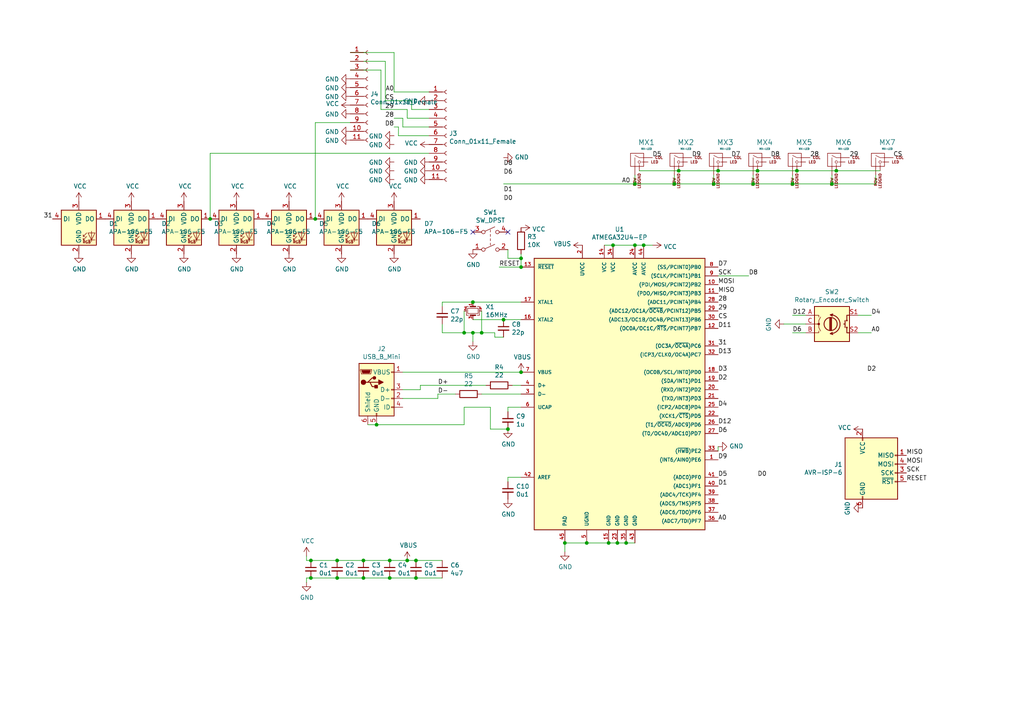
<source format=kicad_sch>
(kicad_sch (version 20211123) (generator eeschema)
  (paper "A4")
  (lib_symbols
    (symbol "Connector:AVR-ISP-6" (pin_names (offset 1.016))
      (property "Reference" "J" (at -6.35 11.43 0))
      (property "Value" "AVR-ISP-6" (at 0 11.43 0))
      (symbol "AVR-ISP-6_0_1"
        (rectangle (start -2.667 -6.858) (end -2.413 -7.62))
        (rectangle (start -2.667 10.16) (end -2.413 9.398))
        (rectangle (start 7.62 -2.413) (end 6.858 -2.667))
        (rectangle (start 7.62 0.127) (end 6.858 -0.127))
        (rectangle (start 7.62 2.667) (end 6.858 2.413))
        (rectangle (start 7.62 5.207) (end 6.858 4.953))
        (rectangle (start 7.62 10.16) (end -7.62 -7.62) (stroke (width 0.254)) (fill (type background)))
      )
      (symbol "AVR-ISP-6_1_1"
        (pin passive line (at 10.16 5.08 180) (length 2.54) (name "MISO") (number "1"))
        (pin passive line (at -2.54 12.7 270) (length 2.54) (name "VCC") (number "2"))
        (pin passive line (at 10.16 0 180) (length 2.54) (name "SCK") (number "3"))
        (pin passive line (at 10.16 2.54 180) (length 2.54) (name "MOSI") (number "4"))
        (pin passive line (at 10.16 -2.54 180) (length 2.54) (name "~{RST}") (number "5"))
        (pin passive line (at -2.54 -10.16 90) (length 2.54) (name "GND") (number "6"))
      )
    )
    (symbol "Connector:Conn_01x11_Female" (pin_names (offset 1.016) hide)
      (property "Reference" "J" (at 0 15.24 0))
      (property "Value" "Conn_01x11_Female" (at 0 -15.24 0))
      (symbol "Conn_01x11_Female_1_1"
        (arc (start 0 -12.192) (mid -0.508 -12.7) (end 0 -13.208) (stroke (width 0.1524)))
        (arc (start 0 -9.652) (mid -0.508 -10.16) (end 0 -10.668) (stroke (width 0.1524)))
        (arc (start 0 -7.112) (mid -0.508 -7.62) (end 0 -8.128) (stroke (width 0.1524)))
        (arc (start 0 -4.572) (mid -0.508 -5.08) (end 0 -5.588) (stroke (width 0.1524)))
        (arc (start 0 -2.032) (mid -0.508 -2.54) (end 0 -3.048) (stroke (width 0.1524)))
        (polyline (pts (xy -1.27 -12.7) (xy -0.508 -12.7)) (stroke (width 0.1524)))
        (polyline (pts (xy -1.27 -10.16) (xy -0.508 -10.16)) (stroke (width 0.1524)))
        (polyline (pts (xy -1.27 -7.62) (xy -0.508 -7.62)) (stroke (width 0.1524)))
        (polyline (pts (xy -1.27 -5.08) (xy -0.508 -5.08)) (stroke (width 0.1524)))
        (polyline (pts (xy -1.27 -2.54) (xy -0.508 -2.54)) (stroke (width 0.1524)))
        (polyline (pts (xy -1.27 0) (xy -0.508 0)) (stroke (width 0.1524)))
        (polyline (pts (xy -1.27 2.54) (xy -0.508 2.54)) (stroke (width 0.1524)))
        (polyline (pts (xy -1.27 5.08) (xy -0.508 5.08)) (stroke (width 0.1524)))
        (polyline (pts (xy -1.27 7.62) (xy -0.508 7.62)) (stroke (width 0.1524)))
        (polyline (pts (xy -1.27 10.16) (xy -0.508 10.16)) (stroke (width 0.1524)))
        (polyline (pts (xy -1.27 12.7) (xy -0.508 12.7)) (stroke (width 0.1524)))
        (arc (start 0 0.508) (mid -0.508 0) (end 0 -0.508) (stroke (width 0.1524)))
        (arc (start 0 3.048) (mid -0.508 2.54) (end 0 2.032) (stroke (width 0.1524)))
        (arc (start 0 5.588) (mid -0.508 5.08) (end 0 4.572) (stroke (width 0.1524)))
        (arc (start 0 8.128) (mid -0.508 7.62) (end 0 7.112) (stroke (width 0.1524)))
        (arc (start 0 10.668) (mid -0.508 10.16) (end 0 9.652) (stroke (width 0.1524)))
        (arc (start 0 13.208) (mid -0.508 12.7) (end 0 12.192) (stroke (width 0.1524)))
        (pin passive line (at -5.08 12.7 0) (length 3.81) (name "Pin_1") (number "1"))
        (pin passive line (at -5.08 -10.16 0) (length 3.81) (name "Pin_10") (number "10"))
        (pin passive line (at -5.08 -12.7 0) (length 3.81) (name "Pin_11") (number "11"))
        (pin passive line (at -5.08 10.16 0) (length 3.81) (name "Pin_2") (number "2"))
        (pin passive line (at -5.08 7.62 0) (length 3.81) (name "Pin_3") (number "3"))
        (pin passive line (at -5.08 5.08 0) (length 3.81) (name "Pin_4") (number "4"))
        (pin passive line (at -5.08 2.54 0) (length 3.81) (name "Pin_5") (number "5"))
        (pin passive line (at -5.08 0 0) (length 3.81) (name "Pin_6") (number "6"))
        (pin passive line (at -5.08 -2.54 0) (length 3.81) (name "Pin_7") (number "7"))
        (pin passive line (at -5.08 -5.08 0) (length 3.81) (name "Pin_8") (number "8"))
        (pin passive line (at -5.08 -7.62 0) (length 3.81) (name "Pin_9") (number "9"))
      )
    )
    (symbol "Connector:USB_B_Mini" (pin_names (offset 1.016))
      (property "Reference" "J" (at -5.08 11.43 0))
      (property "Value" "USB_B_Mini" (at -5.08 8.89 0))
      (symbol "USB_B_Mini_0_1"
        (rectangle (start -5.08 -7.62) (end 5.08 7.62) (stroke (width 0.254)) (fill (type background)))
        (circle (center -3.81 2.159) (radius 0.635) (stroke (width 0.254)) (fill (type outline)))
        (circle (center -0.635 3.429) (radius 0.381) (stroke (width 0.254)) (fill (type outline)))
        (rectangle (start -0.127 -7.62) (end 0.127 -6.858))
        (polyline (pts (xy -1.905 2.159) (xy 0.635 2.159)) (stroke (width 0.254)))
        (polyline (pts (xy -3.175 2.159) (xy -2.54 2.159) (xy -1.27 3.429) (xy -0.635 3.429)) (stroke (width 0.254)))
        (polyline (pts (xy -2.54 2.159) (xy -1.905 2.159) (xy -1.27 0.889) (xy 0 0.889)) (stroke (width 0.254)))
        (polyline (pts (xy 0.635 2.794) (xy 0.635 1.524) (xy 1.905 2.159) (xy 0.635 2.794)) (stroke (width 0.254)) (fill (type outline)))
        (polyline (pts (xy -4.318 5.588) (xy -1.778 5.588) (xy -2.032 4.826) (xy -4.064 4.826) (xy -4.318 5.588)) (fill (type outline)))
        (polyline (pts (xy -4.699 5.842) (xy -4.699 5.588) (xy -4.445 4.826) (xy -4.445 4.572) (xy -1.651 4.572) (xy -1.651 4.826) (xy -1.397 5.588) (xy -1.397 5.842) (xy -4.699 5.842)))
        (rectangle (start 0.254 1.27) (end -0.508 0.508) (stroke (width 0.254)) (fill (type outline)))
        (rectangle (start 5.08 -5.207) (end 4.318 -4.953))
        (rectangle (start 5.08 -2.667) (end 4.318 -2.413))
        (rectangle (start 5.08 -0.127) (end 4.318 0.127))
        (rectangle (start 5.08 4.953) (end 4.318 5.207))
      )
      (symbol "USB_B_Mini_1_1"
        (pin power_out line (at 7.62 5.08 180) (length 2.54) (name "VBUS") (number "1"))
        (pin bidirectional line (at 7.62 -2.54 180) (length 2.54) (name "D-") (number "2"))
        (pin bidirectional line (at 7.62 0 180) (length 2.54) (name "D+") (number "3"))
        (pin passive line (at 7.62 -5.08 180) (length 2.54) (name "ID") (number "4"))
        (pin power_out line (at 0 -10.16 90) (length 2.54) (name "GND") (number "5"))
        (pin passive line (at -2.54 -10.16 90) (length 2.54) (name "Shield") (number "6"))
      )
    )
    (symbol "Device:C_Small" (pin_numbers hide) (pin_names (offset 0.254) hide)
      (property "Reference" "C" (at 0.254 1.778 0))
      (property "Value" "C_Small" (at 0.254 -2.032 0))
      (symbol "C_Small_0_1"
        (polyline (pts (xy -1.524 -0.508) (xy 1.524 -0.508)) (stroke (width 0.3302)))
        (polyline (pts (xy -1.524 0.508) (xy 1.524 0.508)) (stroke (width 0.3048)))
      )
      (symbol "C_Small_1_1"
        (pin passive line (at 0 2.54 270) (length 2.032) (name "~") (number "1"))
        (pin passive line (at 0 -2.54 90) (length 2.032) (name "~") (number "2"))
      )
    )
    (symbol "Device:Crystal_GND24_Small" (pin_names (offset 1.016) hide)
      (property "Reference" "Y" (at 1.27 4.445 0))
      (property "Value" "Crystal_GND24_Small" (at 1.27 2.54 0))
      (symbol "Crystal_GND24_Small_0_1"
        (rectangle (start -0.762 -1.524) (end 0.762 1.524))
        (polyline (pts (xy -1.27 -0.762) (xy -1.27 0.762)) (stroke (width 0.381)))
        (polyline (pts (xy 1.27 -0.762) (xy 1.27 0.762)) (stroke (width 0.381)))
        (polyline (pts (xy -1.27 -1.27) (xy -1.27 -1.905) (xy 1.27 -1.905) (xy 1.27 -1.27)))
        (polyline (pts (xy -1.27 1.27) (xy -1.27 1.905) (xy 1.27 1.905) (xy 1.27 1.27)))
      )
      (symbol "Crystal_GND24_Small_1_1"
        (pin passive line (at -2.54 0 0) (length 1.27) (name "1") (number "1"))
        (pin passive line (at 0 -2.54 90) (length 0.635) (name "2") (number "2"))
        (pin passive line (at 2.54 0 180) (length 1.27) (name "3") (number "3"))
        (pin passive line (at 0 2.54 270) (length 0.635) (name "4") (number "4"))
      )
    )
    (symbol "Device:R" (pin_numbers hide) (pin_names (offset 0))
      (property "Reference" "R" (at 2.032 0 90))
      (property "Value" "R" (at 0 0 90))
      (symbol "R_0_1"
        (rectangle (start -1.016 -2.54) (end 1.016 2.54) (stroke (width 0.254)))
      )
      (symbol "R_1_1"
        (pin passive line (at 0 3.81 270) (length 1.27) (name "~") (number "1"))
        (pin passive line (at 0 -3.81 90) (length 1.27) (name "~") (number "2"))
      )
    )
    (symbol "Device:Rotary_Encoder_Switch" (pin_names (offset 0.254) hide)
      (property "Reference" "SW" (at 0 6.604 0))
      (property "Value" "Device_Rotary_Encoder_Switch" (at 0 -6.604 0))
      (symbol "Rotary_Encoder_Switch_0_1"
        (rectangle (start -5.08 5.08) (end 5.08 -5.08) (stroke (width 0.254)) (fill (type background)))
        (circle (center -3.81 0) (radius 0.254) (fill (type outline)))
        (arc (start -0.381 -2.794) (mid 2.3622 -0.0508) (end -0.381 2.667) (stroke (width 0.254)))
        (circle (center -0.381 0) (radius 1.905) (stroke (width 0.254)))
        (polyline (pts (xy -0.635 -1.778) (xy -0.635 1.778)) (stroke (width 0.254)))
        (polyline (pts (xy -0.381 -1.778) (xy -0.381 1.778)) (stroke (width 0.254)))
        (polyline (pts (xy -0.127 1.778) (xy -0.127 -1.778)) (stroke (width 0.254)))
        (polyline (pts (xy 3.81 0) (xy 3.429 0)) (stroke (width 0.254)))
        (polyline (pts (xy 3.81 1.016) (xy 3.81 -1.016)) (stroke (width 0.254)))
        (polyline (pts (xy -5.08 -2.54) (xy -3.81 -2.54) (xy -3.81 -2.032)))
        (polyline (pts (xy -5.08 2.54) (xy -3.81 2.54) (xy -3.81 2.032)))
        (polyline (pts (xy 0.254 -3.048) (xy -0.508 -2.794) (xy 0.127 -2.413)) (stroke (width 0.254)))
        (polyline (pts (xy 0.254 2.921) (xy -0.508 2.667) (xy 0.127 2.286)) (stroke (width 0.254)))
        (polyline (pts (xy 5.08 -2.54) (xy 4.318 -2.54) (xy 4.318 -1.016)) (stroke (width 0.254)))
        (polyline (pts (xy 5.08 2.54) (xy 4.318 2.54) (xy 4.318 1.016)) (stroke (width 0.254)))
        (polyline (pts (xy -5.08 0) (xy -3.81 0) (xy -3.81 -1.016) (xy -3.302 -2.032)))
        (polyline (pts (xy -4.318 0) (xy -3.81 0) (xy -3.81 1.016) (xy -3.302 2.032)))
        (circle (center 4.318 -1.016) (radius 0.127) (stroke (width 0.254)))
        (circle (center 4.318 1.016) (radius 0.127) (stroke (width 0.254)))
      )
      (symbol "Rotary_Encoder_Switch_1_1"
        (pin passive line (at -7.62 2.54 0) (length 2.54) (name "A") (number "A"))
        (pin passive line (at -7.62 -2.54 0) (length 2.54) (name "B") (number "B"))
        (pin passive line (at -7.62 0 0) (length 2.54) (name "C") (number "C"))
        (pin passive line (at 7.62 2.54 180) (length 2.54) (name "S1") (number "S1"))
        (pin passive line (at 7.62 -2.54 180) (length 2.54) (name "S2") (number "S2"))
      )
    )
    (symbol "LED:APA-106-F5"
      (property "Reference" "D" (at 5.08 5.715 0))
      (property "Value" "APA-106-F5" (at 1.27 -5.715 0))
      (symbol "APA-106-F5_0_0"
        (text "RGB" (at 2.286 -4.191 0) (effects (font (size 0.762 0.762))))
      )
      (symbol "APA-106-F5_0_1"
        (polyline (pts (xy 1.27 -3.556) (xy 1.778 -3.556)))
        (polyline (pts (xy 1.27 -2.54) (xy 1.778 -2.54)))
        (polyline (pts (xy 4.699 -3.556) (xy 2.667 -3.556)))
        (polyline (pts (xy 2.286 -2.54) (xy 1.27 -3.556) (xy 1.27 -3.048)))
        (polyline (pts (xy 2.286 -1.524) (xy 1.27 -2.54) (xy 1.27 -2.032)))
        (polyline (pts (xy 3.683 -1.016) (xy 3.683 -3.556) (xy 3.683 -4.064)))
        (polyline (pts (xy 4.699 -1.524) (xy 2.667 -1.524) (xy 3.683 -3.556) (xy 4.699 -1.524)))
        (rectangle (start 5.08 5.08) (end -5.08 -5.08) (stroke (width 0.254)) (fill (type background)))
      )
      (symbol "APA-106-F5_1_1"
        (pin output line (at 7.62 2.54 180) (length 2.54) (name "DO") (number "1"))
        (pin power_in line (at 0 -7.62 90) (length 2.54) (name "GND") (number "2"))
        (pin power_in line (at 0 7.62 270) (length 2.54) (name "VDD") (number "3"))
        (pin input line (at -7.62 2.54 0) (length 2.54) (name "DI") (number "4"))
      )
    )
    (symbol "MX_Alps_Hybrid:MX-LED" (pin_names (offset 1.016))
      (property "Reference" "MX" (at -0.635 3.81 0))
      (property "Value" "MX-LED" (at -0.635 1.27 0))
      (symbol "MX-LED_0_0"
        (rectangle (start -2.54 2.54) (end 1.27 -1.27))
        (polyline (pts (xy -1.27 -1.27) (xy -1.27 1.27)) (stroke (width 0.127)))
        (polyline (pts (xy 0 -1.27) (xy 0 -0.635)) (stroke (width 0.127)))
        (polyline (pts (xy 1.27 0) (xy 0.635 0)) (stroke (width 0.127)))
        (polyline (pts (xy 1.27 1.27) (xy 0 1.27) (xy -1.27 1.905)) (stroke (width 0.127)))
        (circle (center 0 0) (radius 0.3556) (stroke (width 0.127)))
        (text "COL" (at 5.715 1.27 0) (effects (font (size 0.762 0.762))))
        (text "LED" (at 4.445 0 0) (effects (font (size 0.762 0.762))))
        (text "ROW" (at -1.27 -4.445 900) (effects (font (size 0.762 0.762)) (justify right)))
      )
      (symbol "MX-LED_1_0"
        (text "LEDGND" (at 0 -3.175 900) (effects (font (size 0.762 0.762)) (justify right)))
      )
      (symbol "MX-LED_1_1"
        (pin passive line (at 3.81 1.27 180) (length 2.54) (name "COL") (number "1"))
        (pin passive line (at -1.27 -3.81 90) (length 2.54) (name "ROW") (number "2"))
        (pin input line (at 2.54 0 180) (length 1.27) (name "LED") (number "3"))
        (pin passive line (at 0 -2.54 90) (length 1.27) (name "LEDGND") (number "4"))
      )
    )
    (symbol "Switch:SW_DPST" (pin_names (offset 0) hide)
      (property "Reference" "SW" (at 0 5.08 0))
      (property "Value" "SW_DPST" (at 0 -5.08 0))
      (symbol "SW_DPST_0_0"
        (circle (center -2.032 -2.54) (radius 0.508))
        (circle (center -2.032 2.54) (radius 0.508))
        (polyline (pts (xy -1.524 -2.286) (xy 1.27 -1.016)))
        (polyline (pts (xy -1.524 2.794) (xy 1.27 4.064)))
        (polyline (pts (xy 0 -1.27) (xy 0 -0.635)))
        (polyline (pts (xy 0 0) (xy 0 0.635)))
        (polyline (pts (xy 0 1.27) (xy 0 1.905)))
        (polyline (pts (xy 0 2.54) (xy 0 3.175)))
        (circle (center 2.032 -2.54) (radius 0.508))
        (circle (center 2.032 2.54) (radius 0.508))
      )
      (symbol "SW_DPST_1_1"
        (pin passive line (at -5.08 -2.54 0) (length 2.54) (name "1") (number "1"))
        (pin passive line (at 5.08 -2.54 180) (length 2.54) (name "2") (number "2"))
        (pin passive line (at -5.08 2.54 0) (length 2.54) (name "3") (number "3"))
        (pin passive line (at 5.08 2.54 180) (length 2.54) (name "4") (number "4"))
      )
    )
    (symbol "atmega32u4-ep:ATMEGA32U4-EP" (pin_names (offset 1.016))
      (property "Reference" "U" (at -24.13 43.18 0))
      (property "Value" "ATMEGA32U4-EP" (at 17.78 -38.1 0))
      (symbol "ATMEGA32U4-EP_0_1"
        (rectangle (start -25.4 41.91) (end 24.13 -36.83) (stroke (width 0.254)) (fill (type background)))
      )
      (symbol "ATMEGA32U4-EP_1_1"
        (pin bidirectional line (at 27.94 -16.51 180) (length 3.81) (name "(INT6/AIN0)PE6") (number "1"))
        (pin bidirectional line (at 27.94 34.29 180) (length 3.81) (name "(PDI/MOSI/PCINT2)PB2") (number "10"))
        (pin bidirectional line (at 27.94 31.75 180) (length 3.81) (name "(PDO/MISO/PCINT3)PB3") (number "11"))
        (pin bidirectional line (at 27.94 21.59 180) (length 3.81) (name "(OC0A/OC1C/~{RTS}/PCINT7)PB7") (number "12"))
        (pin input line (at -29.21 39.37 0) (length 3.81) (name "~{RESET}") (number "13"))
        (pin power_in line (at -5.08 45.72 270) (length 3.81) (name "VCC") (number "14"))
        (pin power_in line (at -3.81 -40.64 90) (length 3.81) (name "GND") (number "15"))
        (pin output line (at -29.21 24.13 0) (length 3.81) (name "XTAL2") (number "16"))
        (pin input line (at -29.21 29.21 0) (length 3.81) (name "XTAL1") (number "17"))
        (pin bidirectional line (at 27.94 8.89 180) (length 3.81) (name "(OC0B/SCL/INT0)PD0") (number "18"))
        (pin bidirectional line (at 27.94 6.35 180) (length 3.81) (name "(SDA/INT1)PD1") (number "19"))
        (pin power_in line (at -11.43 45.72 270) (length 3.81) (name "UVCC") (number "2"))
        (pin bidirectional line (at 27.94 3.81 180) (length 3.81) (name "(RXD/INT2)PD2") (number "20"))
        (pin bidirectional line (at 27.94 1.27 180) (length 3.81) (name "(TXD/INT3)PD3") (number "21"))
        (pin bidirectional line (at 27.94 -3.81 180) (length 3.81) (name "(XCK1/~{CTS})PD5") (number "22"))
        (pin power_in line (at -1.27 -40.64 90) (length 3.81) (name "GND") (number "23"))
        (pin power_in line (at 3.81 45.72 270) (length 3.81) (name "AVCC") (number "24"))
        (pin bidirectional line (at 27.94 -1.27 180) (length 3.81) (name "(ICP2/ADC8)PD4") (number "25"))
        (pin bidirectional line (at 27.94 -6.35 180) (length 3.81) (name "(T1/~{OC4D}/ADC9)PD6") (number "26"))
        (pin bidirectional line (at 27.94 -8.89 180) (length 3.81) (name "(T0/OC4D/ADC10)PD7") (number "27"))
        (pin bidirectional line (at 27.94 29.21 180) (length 3.81) (name "(ADC11/PCINT4)PB4") (number "28"))
        (pin bidirectional line (at 27.94 26.67 180) (length 3.81) (name "(ADC12/OC1A/~{OC4B}/PCINT12)PB5") (number "29"))
        (pin bidirectional line (at -29.21 2.54 0) (length 3.81) (name "D-") (number "3"))
        (pin bidirectional line (at 27.94 24.13 180) (length 3.81) (name "(ADC13/OC1B/OC4B/PCINT13)PB6") (number "30"))
        (pin bidirectional line (at 27.94 16.51 180) (length 3.81) (name "(OC3A/~{OC4A})PC6") (number "31"))
        (pin bidirectional line (at 27.94 13.97 180) (length 3.81) (name "(ICP3/CLK0/OC4A)PC7") (number "32"))
        (pin bidirectional line (at 27.94 -13.97 180) (length 3.81) (name "(~{HWB})PE2") (number "33"))
        (pin power_in line (at -2.54 45.72 270) (length 3.81) (name "VCC") (number "34"))
        (pin power_in line (at 1.27 -40.64 90) (length 3.81) (name "GND") (number "35"))
        (pin bidirectional line (at 27.94 -34.29 180) (length 3.81) (name "(ADC7/TDI)PF7") (number "36"))
        (pin bidirectional line (at 27.94 -31.75 180) (length 3.81) (name "(ADC6/TDO)PF6") (number "37"))
        (pin bidirectional line (at 27.94 -29.21 180) (length 3.81) (name "(ADC5/TMS)PF5") (number "38"))
        (pin bidirectional line (at 27.94 -26.67 180) (length 3.81) (name "(ADC4/TCK)PF4") (number "39"))
        (pin bidirectional line (at -29.21 5.08 0) (length 3.81) (name "D+") (number "4"))
        (pin bidirectional line (at 27.94 -24.13 180) (length 3.81) (name "(ADC1)PF1") (number "40"))
        (pin bidirectional line (at 27.94 -21.59 180) (length 3.81) (name "(ADC0)PF0") (number "41"))
        (pin passive line (at -29.21 -21.59 0) (length 3.81) (name "AREF") (number "42"))
        (pin power_in line (at 3.81 -40.64 90) (length 3.81) (name "GND") (number "43"))
        (pin power_in line (at 6.35 45.72 270) (length 3.81) (name "AVCC") (number "44"))
        (pin input line (at -16.51 -40.64 90) (length 3.81) (name "PAD") (number "45"))
        (pin passive line (at -10.16 -40.64 90) (length 3.81) (name "UGND") (number "5"))
        (pin passive line (at -29.21 -1.27 0) (length 3.81) (name "UCAP") (number "6"))
        (pin passive line (at -29.21 8.89 0) (length 3.81) (name "VBUS") (number "7"))
        (pin bidirectional line (at 27.94 39.37 180) (length 3.81) (name "(SS/PCINT0)PB0") (number "8"))
        (pin bidirectional line (at 27.94 36.83 180) (length 3.81) (name "(SCLK/PCINT1)PB1") (number "9"))
      )
    )
    (symbol "power:GND" (power) (pin_names (offset 0))
      (property "Value" "GND" (at 0 -3.81 0))
      (symbol "GND_0_1"
        (polyline (pts (xy 0 0) (xy 0 -1.27) (xy 1.27 -1.27) (xy 0 -2.54) (xy -1.27 -1.27) (xy 0 -1.27)))
      )
      (symbol "GND_1_1"
        (pin power_in line (at 0 0 270) (length 0) hide (name "GND") (number "1"))
      )
    )
    (symbol "power:VBUS" (power) (pin_names (offset 0))
      (property "Value" "VBUS" (at 0 3.81 0))
      (symbol "VBUS_0_1"
        (polyline (pts (xy -0.762 1.27) (xy 0 2.54)))
        (polyline (pts (xy 0 0) (xy 0 2.54)))
        (polyline (pts (xy 0 2.54) (xy 0.762 1.27)))
      )
      (symbol "VBUS_1_1"
        (pin power_in line (at 0 0 90) (length 0) hide (name "VBUS") (number "1"))
      )
    )
    (symbol "power:VCC" (power) (pin_names (offset 0))
      (property "Value" "VCC" (at 0 3.81 0))
      (symbol "VCC_0_1"
        (polyline (pts (xy -0.762 1.27) (xy 0 2.54)))
        (polyline (pts (xy 0 0) (xy 0 2.54)))
        (polyline (pts (xy 0 2.54) (xy 0.762 1.27)))
      )
      (symbol "VCC_1_1"
        (pin power_in line (at 0 0 90) (length 0) hide (name "VCC") (number "1"))
      )
    )
  )
  (junction (at 219.71 49.53))
  (junction (at 60.96 63.5))
  (junction (at 196.85 49.53))
  (junction (at 177.8 71.12))
  (junction (at 195.58 53.34))
  (junction (at 120.65 162.56))
  (junction (at 184.15 53.34))
  (junction (at 91.44 63.5))
  (junction (at 113.03 162.56))
  (junction (at 231.14 49.53))
  (junction (at 241.3 53.34))
  (junction (at 137.16 87.63))
  (junction (at 97.79 167.64))
  (junction (at 170.18 157.48))
  (junction (at 229.87 53.34))
  (junction (at 163.83 157.48))
  (junction (at 105.41 162.56))
  (junction (at 137.16 96.52))
  (junction (at 181.61 157.48))
  (junction (at 242.57 49.53))
  (junction (at 208.28 49.53))
  (junction (at 113.03 167.64))
  (junction (at 109.22 123.19))
  (junction (at 179.07 157.48))
  (junction (at 207.01 53.34))
  (junction (at 186.69 71.12))
  (junction (at 97.79 162.56))
  (junction (at 151.13 74.93))
  (junction (at 139.7 96.52))
  (junction (at 146.05 92.71))
  (junction (at 118.11 162.56))
  (junction (at 176.53 157.48))
  (junction (at 134.62 96.52))
  (junction (at 90.17 167.64))
  (junction (at 218.44 53.34))
  (junction (at 151.13 107.95))
  (junction (at 120.65 167.64))
  (junction (at 151.13 77.47))
  (junction (at 184.15 71.12))
  (junction (at 105.41 167.64))
  (junction (at 147.32 124.46))
  (junction (at 90.17 162.56))
  (no_connect (at 137.16 67.31))
  (no_connect (at 147.32 67.31))
  (wire (pts (xy 119.38 31.75) (xy 124.46 31.75)))
  (wire (pts (xy 207.01 50.8) (xy 207.01 53.34)))
  (wire (pts (xy 233.68 93.98) (xy 227.33 93.98)))
  (wire (pts (xy 208.28 80.01) (xy 217.17 80.01)))
  (wire (pts (xy 109.22 123.19) (xy 134.62 123.19)))
  (wire (pts (xy 147.32 138.43) (xy 147.32 139.7)))
  (wire (pts (xy 134.62 118.11) (xy 142.24 118.11)))
  (wire (pts (xy 114.3 34.29) (xy 116.84 34.29)))
  (wire (pts (xy 132.08 114.3) (xy 127 114.3)))
  (wire (pts (xy 163.83 160.02) (xy 163.83 157.48)))
  (wire (pts (xy 60.96 44.45) (xy 124.46 44.45)))
  (wire (pts (xy 184.15 157.48) (xy 181.61 157.48)))
  (wire (pts (xy 143.51 96.52) (xy 143.51 97.79)))
  (wire (pts (xy 128.27 87.63) (xy 128.27 88.9)))
  (wire (pts (xy 124.46 26.67) (xy 114.3 26.67)))
  (wire (pts (xy 195.58 53.34) (xy 184.15 53.34)))
  (wire (pts (xy 90.17 167.64) (xy 88.9 167.64)))
  (wire (pts (xy 218.44 53.34) (xy 229.87 53.34)))
  (wire (pts (xy 97.79 162.56) (xy 90.17 162.56)))
  (wire (pts (xy 120.65 162.56) (xy 118.11 162.56)))
  (wire (pts (xy 121.92 111.76) (xy 140.97 111.76)))
  (wire (pts (xy 110.49 31.75) (xy 118.11 31.75)))
  (wire (pts (xy 128.27 93.98) (xy 128.27 96.52)))
  (wire (pts (xy 114.3 15.24) (xy 101.6 15.24)))
  (wire (pts (xy 231.14 49.53) (xy 242.57 49.53)))
  (wire (pts (xy 181.61 157.48) (xy 179.07 157.48)))
  (wire (pts (xy 177.8 71.12) (xy 184.15 71.12)))
  (wire (pts (xy 184.15 53.34) (xy 184.15 50.8)))
  (wire (pts (xy 115.57 36.83) (xy 115.57 39.37)))
  (wire (pts (xy 118.11 162.56) (xy 113.03 162.56)))
  (wire (pts (xy 219.71 49.53) (xy 231.14 49.53)))
  (wire (pts (xy 186.69 71.12) (xy 189.23 71.12)))
  (wire (pts (xy 151.13 138.43) (xy 147.32 138.43)))
  (wire (pts (xy 137.16 87.63) (xy 151.13 87.63)))
  (wire (pts (xy 128.27 167.64) (xy 120.65 167.64)))
  (wire (pts (xy 88.9 167.64) (xy 88.9 168.91)))
  (wire (pts (xy 105.41 167.64) (xy 97.79 167.64)))
  (wire (pts (xy 113.03 167.64) (xy 105.41 167.64)))
  (wire (pts (xy 111.76 29.21) (xy 119.38 29.21)))
  (wire (pts (xy 88.9 162.56) (xy 88.9 161.29)))
  (wire (pts (xy 151.13 74.93) (xy 151.13 77.47)))
  (wire (pts (xy 139.7 90.17) (xy 139.7 96.52)))
  (wire (pts (xy 137.16 96.52) (xy 137.16 99.06)))
  (wire (pts (xy 115.57 39.37) (xy 124.46 39.37)))
  (wire (pts (xy 105.41 162.56) (xy 97.79 162.56)))
  (wire (pts (xy 116.84 34.29) (xy 116.84 36.83)))
  (wire (pts (xy 147.32 118.11) (xy 147.32 119.38)))
  (wire (pts (xy 120.65 167.64) (xy 113.03 167.64)))
  (wire (pts (xy 195.58 53.34) (xy 195.58 50.8)))
  (wire (pts (xy 128.27 96.52) (xy 134.62 96.52)))
  (wire (pts (xy 248.92 96.52) (xy 252.73 96.52)))
  (wire (pts (xy 151.13 77.47) (xy 144.78 77.47)))
  (wire (pts (xy 127 115.57) (xy 116.84 115.57)))
  (wire (pts (xy 134.62 118.11) (xy 134.62 123.19)))
  (wire (pts (xy 196.85 49.53) (xy 208.28 49.53)))
  (wire (pts (xy 128.27 162.56) (xy 120.65 162.56)))
  (wire (pts (xy 139.7 96.52) (xy 143.51 96.52)))
  (wire (pts (xy 218.44 53.34) (xy 218.44 50.8)))
  (wire (pts (xy 146.05 92.71) (xy 151.13 92.71)))
  (wire (pts (xy 118.11 31.75) (xy 118.11 34.29)))
  (wire (pts (xy 208.28 49.53) (xy 219.71 49.53)))
  (wire (pts (xy 175.26 71.12) (xy 177.8 71.12)))
  (wire (pts (xy 142.24 124.46) (xy 147.32 124.46)))
  (wire (pts (xy 90.17 162.56) (xy 88.9 162.56)))
  (wire (pts (xy 134.62 96.52) (xy 137.16 96.52)))
  (wire (pts (xy 101.6 35.56) (xy 91.44 35.56)))
  (wire (pts (xy 137.16 96.52) (xy 139.7 96.52)))
  (wire (pts (xy 118.11 34.29) (xy 124.46 34.29)))
  (wire (pts (xy 242.57 49.53) (xy 255.27 49.53)))
  (wire (pts (xy 254 53.34) (xy 254 50.8)))
  (wire (pts (xy 229.87 91.44) (xy 233.68 91.44)))
  (wire (pts (xy 151.13 118.11) (xy 147.32 118.11)))
  (wire (pts (xy 208.28 130.81) (xy 208.28 129.54)))
  (wire (pts (xy 229.87 53.34) (xy 241.3 53.34)))
  (wire (pts (xy 151.13 73.66) (xy 151.13 74.93)))
  (wire (pts (xy 97.79 167.64) (xy 90.17 167.64)))
  (wire (pts (xy 60.96 44.45) (xy 60.96 63.5)))
  (wire (pts (xy 121.92 113.03) (xy 116.84 113.03)))
  (wire (pts (xy 119.38 29.21) (xy 119.38 31.75)))
  (wire (pts (xy 146.05 53.34) (xy 184.15 53.34)))
  (wire (pts (xy 148.59 111.76) (xy 151.13 111.76)))
  (wire (pts (xy 248.92 91.44) (xy 252.73 91.44)))
  (wire (pts (xy 113.03 162.56) (xy 105.41 162.56)))
  (wire (pts (xy 207.01 53.34) (xy 195.58 53.34)))
  (wire (pts (xy 114.3 26.67) (xy 114.3 15.24)))
  (wire (pts (xy 116.84 107.95) (xy 151.13 107.95)))
  (wire (pts (xy 134.62 90.17) (xy 134.62 96.52)))
  (wire (pts (xy 170.18 157.48) (xy 176.53 157.48)))
  (wire (pts (xy 121.92 111.76) (xy 121.92 113.03)))
  (wire (pts (xy 170.18 157.48) (xy 163.83 157.48)))
  (wire (pts (xy 241.3 53.34) (xy 254 53.34)))
  (wire (pts (xy 207.01 53.34) (xy 218.44 53.34)))
  (wire (pts (xy 111.76 17.78) (xy 101.6 17.78)))
  (wire (pts (xy 114.3 36.83) (xy 115.57 36.83)))
  (wire (pts (xy 151.13 114.3) (xy 139.7 114.3)))
  (wire (pts (xy 110.49 31.75) (xy 110.49 20.32)))
  (wire (pts (xy 241.3 53.34) (xy 241.3 50.8)))
  (wire (pts (xy 143.51 97.79) (xy 146.05 97.79)))
  (wire (pts (xy 229.87 96.52) (xy 233.68 96.52)))
  (wire (pts (xy 116.84 36.83) (xy 124.46 36.83)))
  (wire (pts (xy 142.24 118.11) (xy 142.24 124.46)))
  (wire (pts (xy 179.07 157.48) (xy 176.53 157.48)))
  (wire (pts (xy 147.32 72.39) (xy 147.32 74.93)))
  (wire (pts (xy 91.44 35.56) (xy 91.44 63.5)))
  (wire (pts (xy 137.16 92.71) (xy 146.05 92.71)))
  (wire (pts (xy 137.16 87.63) (xy 128.27 87.63)))
  (wire (pts (xy 184.15 71.12) (xy 186.69 71.12)))
  (wire (pts (xy 109.22 123.19) (xy 106.68 123.19)))
  (wire (pts (xy 127 114.3) (xy 127 115.57)))
  (wire (pts (xy 147.32 74.93) (xy 151.13 74.93)))
  (wire (pts (xy 111.76 29.21) (xy 111.76 17.78)))
  (wire (pts (xy 110.49 20.32) (xy 101.6 20.32)))
  (wire (pts (xy 185.42 49.53) (xy 196.85 49.53)))
  (wire (pts (xy 229.87 53.34) (xy 229.87 50.8)))
  (label "A0" (at 208.28 151.13 0))
  (label "D11" (at 208.28 95.25 0))
  (label "RESET" (at 262.89 139.7 0))
  (label "D12" (at 208.28 123.19 0))
  (label "SCK" (at 262.89 137.16 0))
  (label "D13" (at 208.28 102.87 0))
  (label "D5" (at 208.28 138.43 0))
  (label "D+" (at 127 111.76 0))
  (label "D3" (at 208.28 107.95 0))
  (label "28" (at 114.3 34.29 180))
  (label "D6" (at 229.87 96.52 0))
  (label "D0" (at 219.71 138.43 0))
  (label "D1" (at 146.05 55.88 0))
  (label "D7" (at 208.28 77.47 0))
  (label "CS" (at 208.28 92.71 0))
  (label "CS" (at 114.3 29.21 180))
  (label "A0" (at 252.73 96.52 0))
  (label "A0" (at 114.3 26.67 180))
  (label "D9" (at 200.66 45.72 0))
  (label "D-" (at 127 114.3 0))
  (label "29" (at 246.38 45.72 0))
  (label "A0" (at 180.34 53.34 0))
  (label "31" (at 208.28 100.33 0))
  (label "D2" (at 251.46 107.95 0))
  (label "MISO" (at 262.89 132.08 0))
  (label "D2" (at 208.28 110.49 0))
  (label "D8" (at 146.05 48.26 0))
  (label "D7" (at 212.09 45.72 0))
  (label "D9" (at 208.28 133.35 0))
  (label "D5" (at 189.23 45.72 0))
  (label "RESET" (at 144.78 77.47 0))
  (label "MISO" (at 208.28 85.09 0))
  (label "CS" (at 259.08 45.72 0))
  (label "31" (at 15.24 63.5 180))
  (label "D6" (at 146.05 50.8 0))
  (label "D8" (at 217.17 80.01 0))
  (label "29" (at 114.3 31.75 180))
  (label "D1" (at 208.28 140.97 0))
  (label "D0" (at 146.05 58.42 0))
  (label "SCK" (at 208.28 80.01 0))
  (label "MOSI" (at 208.28 82.55 0))
  (label "D8" (at 114.3 36.83 180))
  (label "D12" (at 229.87 91.44 0))
  (label "29" (at 208.28 90.17 0))
  (label "28" (at 208.28 87.63 0))
  (label "D8" (at 223.52 45.72 0))
  (label "28" (at 234.95 45.72 0))
  (label "D4" (at 252.73 91.44 0))
  (label "MOSI" (at 262.89 134.62 0))
  (label "D6" (at 208.28 125.73 0))
  (label "D4" (at 208.28 118.11 0))
  (symbol (lib_id "Switch:SW_DPST") (at 142.24 69.85 0) (unit 1)
    (property "Reference" "SW1" (at 142.24 61.595 0))
    (property "Value" "SW_DPST" (at 142.24 63.9064 0))
    (property "Footprint" "Button_Switch_SMD:SW_SPST_TL3342" (effects hide))
  )
  (symbol (lib_id "atmega32u4-ep:ATMEGA32U4-EP") (at 180.34 116.84 0) (unit 1)
    (property "Reference" "U1" (at 179.705 66.5226 0))
    (property "Value" "ATMEGA32U4-EP" (at 179.705 68.834 0))
    (property "Footprint" "Package_DFN_QFN:QFN-44-1EP_7x7mm_P0.5mm_EP5.15x5.15mm_ThermalVias" (effects hide))
  )
  (symbol (lib_id "power:VCC") (at 189.23 71.12 270) (unit 1)
    (property "Reference" "#PWR0103" (effects hide))
    (property "Value" "VCC" (at 192.4812 71.5518 90) (effects (justify left)))
  )
  (symbol (lib_id "power:VBUS") (at 168.91 71.12 90) (unit 1)
    (property "Reference" "#PWR0104" (effects hide))
    (property "Value" "VBUS" (at 165.6842 70.739 90) (effects (justify left)))
  )
  (symbol (lib_id "Device:R") (at 151.13 69.85 0) (unit 1)
    (property "Reference" "R3" (at 152.908 68.6816 0) (effects (justify left)))
    (property "Value" "10K" (at 152.908 70.993 0) (effects (justify left)))
    (property "Footprint" "Resistor_SMD:R_0805_2012Metric" (effects hide))
  )
  (symbol (lib_id "power:VCC") (at 151.13 66.04 270) (unit 1)
    (property "Reference" "#PWR0105" (effects hide))
    (property "Value" "VCC" (at 154.3812 66.4718 90) (effects (justify left)))
  )
  (symbol (lib_id "Device:Crystal_GND24_Small") (at 137.16 90.17 270) (unit 1)
    (property "Reference" "X1" (at 140.8176 89.0016 90) (effects (justify left)))
    (property "Value" "16MHz" (at 140.8176 91.313 90) (effects (justify left)))
    (property "Footprint" "Crystal:Crystal_SMD_SeikoEpson_FA238-4Pin_3.2x2.5mm" (effects hide))
  )
  (symbol (lib_id "power:GND") (at 137.16 99.06 0) (unit 1)
    (property "Reference" "#PWR0106" (effects hide))
    (property "Value" "GND" (at 137.287 103.4542 0))
  )
  (symbol (lib_id "Device:C_Small") (at 146.05 95.25 0) (unit 1)
    (property "Reference" "C8" (at 148.3868 94.0816 0) (effects (justify left)))
    (property "Value" "22p" (at 148.3868 96.393 0) (effects (justify left)))
    (property "Footprint" "Capacitor_SMD:C_0805_2012Metric" (effects hide))
  )
  (symbol (lib_id "Device:C_Small") (at 128.27 91.44 0) (unit 1)
    (property "Reference" "C7" (at 130.6068 90.2716 0) (effects (justify left)))
    (property "Value" "22p" (at 130.6068 92.583 0) (effects (justify left)))
    (property "Footprint" "Capacitor_SMD:C_0805_2012Metric" (effects hide))
  )
  (symbol (lib_id "power:VBUS") (at 151.13 107.95 0) (unit 1)
    (property "Reference" "#PWR0107" (effects hide))
    (property "Value" "VBUS" (at 151.511 103.5558 0))
  )
  (symbol (lib_id "Device:R") (at 144.78 111.76 90) (unit 1)
    (property "Reference" "R4" (at 144.78 106.5022 90))
    (property "Value" "22" (at 144.78 108.8136 90))
    (property "Footprint" "Resistor_SMD:R_0805_2012Metric" (effects hide))
  )
  (symbol (lib_id "Device:R") (at 135.89 114.3 90) (unit 1)
    (property "Reference" "R5" (at 135.89 109.0422 90))
    (property "Value" "22" (at 135.89 111.3536 90))
    (property "Footprint" "Resistor_SMD:R_0805_2012Metric" (effects hide))
  )
  (symbol (lib_id "Device:C_Small") (at 147.32 121.92 0) (unit 1)
    (property "Reference" "C9" (at 149.6568 120.7516 0) (effects (justify left)))
    (property "Value" "1u" (at 149.6568 123.063 0) (effects (justify left)))
    (property "Footprint" "Capacitor_SMD:C_0805_2012Metric" (effects hide))
  )
  (symbol (lib_id "Device:C_Small") (at 147.32 142.24 0) (unit 1)
    (property "Reference" "C10" (at 149.6568 141.0716 0) (effects (justify left)))
    (property "Value" "0u1" (at 149.6568 143.383 0) (effects (justify left)))
    (property "Footprint" "Capacitor_SMD:C_0805_2012Metric" (effects hide))
  )
  (symbol (lib_id "power:GND") (at 147.32 144.78 0) (unit 1)
    (property "Reference" "#PWR0108" (effects hide))
    (property "Value" "GND" (at 147.447 149.1742 0))
  )
  (symbol (lib_id "power:GND") (at 147.32 124.46 0) (unit 1)
    (property "Reference" "#PWR0109" (effects hide))
    (property "Value" "GND" (at 147.447 128.8542 0))
  )
  (symbol (lib_id "power:GND") (at 163.83 160.02 0) (unit 1)
    (property "Reference" "#PWR0110" (effects hide))
    (property "Value" "GND" (at 163.957 164.4142 0))
  )
  (symbol (lib_id "power:GND") (at 208.28 129.54 90) (unit 1)
    (property "Reference" "#PWR0111" (effects hide))
    (property "Value" "GND" (at 211.5312 129.413 90) (effects (justify right)))
  )
  (symbol (lib_id "Device:C_Small") (at 90.17 165.1 0) (unit 1)
    (property "Reference" "C1" (at 92.5068 163.9316 0) (effects (justify left)))
    (property "Value" "0u1" (at 92.5068 166.243 0) (effects (justify left)))
    (property "Footprint" "Capacitor_SMD:C_0805_2012Metric" (effects hide))
  )
  (symbol (lib_id "Device:C_Small") (at 97.79 165.1 0) (unit 1)
    (property "Reference" "C2" (at 100.1268 163.9316 0) (effects (justify left)))
    (property "Value" "0u1" (at 100.1268 166.243 0) (effects (justify left)))
    (property "Footprint" "Capacitor_SMD:C_0805_2012Metric" (effects hide))
  )
  (symbol (lib_id "Device:C_Small") (at 105.41 165.1 0) (unit 1)
    (property "Reference" "C3" (at 107.7468 163.9316 0) (effects (justify left)))
    (property "Value" "0u1" (at 107.7468 166.243 0) (effects (justify left)))
    (property "Footprint" "Capacitor_SMD:C_0805_2012Metric" (effects hide))
  )
  (symbol (lib_id "Device:C_Small") (at 113.03 165.1 0) (unit 1)
    (property "Reference" "C4" (at 115.3668 163.9316 0) (effects (justify left)))
    (property "Value" "0u1" (at 115.3668 166.243 0) (effects (justify left)))
    (property "Footprint" "Capacitor_SMD:C_0805_2012Metric" (effects hide))
  )
  (symbol (lib_id "Device:C_Small") (at 120.65 165.1 0) (unit 1)
    (property "Reference" "C5" (at 122.9868 163.9316 0) (effects (justify left)))
    (property "Value" "0u1" (at 122.9868 166.243 0) (effects (justify left)))
    (property "Footprint" "Capacitor_SMD:C_0805_2012Metric" (effects hide))
  )
  (symbol (lib_id "Device:C_Small") (at 128.27 165.1 0) (unit 1)
    (property "Reference" "C6" (at 130.6068 163.9316 0) (effects (justify left)))
    (property "Value" "4u7" (at 130.6068 166.243 0) (effects (justify left)))
    (property "Footprint" "Capacitor_SMD:C_0805_2012Metric" (effects hide))
  )
  (symbol (lib_id "power:GND") (at 88.9 168.91 0) (unit 1)
    (property "Reference" "#PWR0112" (effects hide))
    (property "Value" "GND" (at 89.027 173.3042 0))
  )
  (symbol (lib_id "power:VCC") (at 88.9 161.29 0) (unit 1)
    (property "Reference" "#PWR0113" (effects hide))
    (property "Value" "VCC" (at 89.3318 156.8958 0))
  )
  (symbol (lib_id "Device:Rotary_Encoder_Switch") (at 241.3 93.98 0) (unit 1)
    (property "Reference" "SW2" (at 241.3 84.6582 0))
    (property "Value" "Rotary_Encoder_Switch" (at 241.3 86.9696 0))
    (property "Footprint" "Pikatea Macropad Encoder Side Mount:Encoder-BI_EN11_HSM0E" (effects hide))
  )
  (symbol (lib_id "power:GND") (at 227.33 93.98 270) (unit 1)
    (property "Reference" "#PWR0115" (effects hide))
    (property "Value" "GND" (at 222.9358 94.107 0))
  )
  (symbol (lib_id "power:GND") (at 137.16 72.39 0) (unit 1)
    (property "Reference" "#PWR0116" (effects hide))
    (property "Value" "GND" (at 137.287 76.7842 0))
  )
  (symbol (lib_id "power:GND") (at 250.19 147.32 270) (unit 1)
    (property "Reference" "#PWR0117" (effects hide))
    (property "Value" "GND" (at 245.7958 147.447 0))
  )
  (symbol (lib_id "power:VCC") (at 250.19 124.46 90) (unit 1)
    (property "Reference" "#PWR0118" (effects hide))
    (property "Value" "VCC" (at 246.9388 124.0282 90) (effects (justify left)))
  )
  (symbol (lib_id "power:VBUS") (at 118.11 162.56 0) (unit 1)
    (property "Reference" "#PWR0119" (effects hide))
    (property "Value" "VBUS" (at 118.491 158.1658 0))
  )
  (symbol (lib_id "power:GND") (at 146.05 45.72 90) (unit 1)
    (property "Reference" "#PWR0101" (effects hide))
    (property "Value" "GND" (at 149.3012 45.593 90) (effects (justify right)))
  )
  (symbol (lib_id "Connector:USB_B_Mini") (at 109.22 113.03 0) (unit 1)
    (property "Reference" "J2" (at 110.6678 101.1682 0))
    (property "Value" "USB_B_Mini" (at 110.6678 103.4796 0))
    (property "Footprint" "usb_mini:USB-Mini-B_ LCSC-C46398" (effects hide))
  )
  (symbol (lib_id "MX_Alps_Hybrid:MX-LED") (at 185.42 46.99 0) (unit 1)
    (property "Reference" "MX1" (at 187.5028 41.3004 0) (effects (font (size 1.524 1.524))))
    (property "Value" "MX-LED" (at 187.5028 43.18 0) (effects (font (size 0.508 0.508))))
    (property "Footprint" "MX_Only:MXOnly-1U-NoLED" (effects hide))
  )
  (symbol (lib_id "MX_Alps_Hybrid:MX-LED") (at 196.85 46.99 0) (unit 1)
    (property "Reference" "MX2" (at 198.9328 41.3004 0) (effects (font (size 1.524 1.524))))
    (property "Value" "MX-LED" (at 198.9328 43.18 0) (effects (font (size 0.508 0.508))))
    (property "Footprint" "MX_Only:MXOnly-1U-NoLED" (effects hide))
  )
  (symbol (lib_id "MX_Alps_Hybrid:MX-LED") (at 208.28 46.99 0) (unit 1)
    (property "Reference" "MX3" (at 210.3628 41.3004 0) (effects (font (size 1.524 1.524))))
    (property "Value" "MX-LED" (at 210.3628 43.18 0) (effects (font (size 0.508 0.508))))
    (property "Footprint" "MX_Only:MXOnly-1U-NoLED" (effects hide))
  )
  (symbol (lib_id "MX_Alps_Hybrid:MX-LED") (at 219.71 46.99 0) (unit 1)
    (property "Reference" "MX4" (at 221.7928 41.3004 0) (effects (font (size 1.524 1.524))))
    (property "Value" "MX-LED" (at 221.7928 43.18 0) (effects (font (size 0.508 0.508))))
    (property "Footprint" "MX_Only:MXOnly-1U-NoLED" (effects hide))
  )
  (symbol (lib_id "MX_Alps_Hybrid:MX-LED") (at 231.14 46.99 0) (unit 1)
    (property "Reference" "MX5" (at 233.2228 41.3004 0) (effects (font (size 1.524 1.524))))
    (property "Value" "MX-LED" (at 233.2228 43.18 0) (effects (font (size 0.508 0.508))))
    (property "Footprint" "MX_Only:MXOnly-1U-NoLED" (effects hide))
  )
  (symbol (lib_id "Connector:AVR-ISP-6") (at 252.73 137.16 0) (unit 1)
    (property "Reference" "J1" (at 244.3734 134.7216 0) (effects (justify right)))
    (property "Value" "AVR-ISP-6" (at 244.3734 137.033 0) (effects (justify right)))
    (property "Footprint" "keyboard_parts:AVR_ICSP_3x2" (effects hide))
    (property "Datasheet" " ~" (effects hide))
  )
  (symbol (lib_id "LED:APA-106-F5") (at 22.86 66.04 0) (unit 1)
    (property "Reference" "D1" (at 31.5976 64.8716 0) (effects (justify left)))
    (property "Value" "APA-106-F5" (at 31.5976 67.183 0) (effects (justify left)))
    (property "Footprint" "Pikatea:TONYU-DY-S352818-RGBC" (effects hide))
    (property "Datasheet" "https://cdn.sparkfun.com/datasheets/Components/LED/COM-12877.pdf" (effects hide))
  )
  (symbol (lib_id "LED:APA-106-F5") (at 38.1 66.04 0) (unit 1)
    (property "Reference" "D2" (at 46.8376 64.8716 0) (effects (justify left)))
    (property "Value" "APA-106-F5" (at 46.8376 67.183 0) (effects (justify left)))
    (property "Footprint" "Pikatea:TONYU-DY-S352818-RGBC" (effects hide))
    (property "Datasheet" "https://cdn.sparkfun.com/datasheets/Components/LED/COM-12877.pdf" (effects hide))
  )
  (symbol (lib_id "LED:APA-106-F5") (at 53.34 66.04 0) (unit 1)
    (property "Reference" "D3" (at 62.0776 64.8716 0) (effects (justify left)))
    (property "Value" "APA-106-F5" (at 62.0776 67.183 0) (effects (justify left)))
    (property "Footprint" "Pikatea:TONYU-DY-S352818-RGBC" (effects hide))
    (property "Datasheet" "https://cdn.sparkfun.com/datasheets/Components/LED/COM-12877.pdf" (effects hide))
  )
  (symbol (lib_id "LED:APA-106-F5") (at 68.58 66.04 0) (unit 1)
    (property "Reference" "D4" (at 77.3176 64.8716 0) (effects (justify left)))
    (property "Value" "APA-106-F5" (at 77.3176 67.183 0) (effects (justify left)))
    (property "Footprint" "Pikatea:TONYU-DY-S352818-RGBC" (effects hide))
    (property "Datasheet" "https://cdn.sparkfun.com/datasheets/Components/LED/COM-12877.pdf" (effects hide))
  )
  (symbol (lib_id "LED:APA-106-F5") (at 83.82 66.04 0) (unit 1)
    (property "Reference" "D5" (at 92.5576 64.8716 0) (effects (justify left)))
    (property "Value" "APA-106-F5" (at 92.5576 67.183 0) (effects (justify left)))
    (property "Footprint" "Pikatea:TONYU-DY-S352818-RGBC" (effects hide))
    (property "Datasheet" "https://cdn.sparkfun.com/datasheets/Components/LED/COM-12877.pdf" (effects hide))
  )
  (symbol (lib_id "LED:APA-106-F5") (at 99.06 66.04 0) (unit 1)
    (property "Reference" "D6" (at 107.7976 64.8716 0) (effects (justify left)))
    (property "Value" "APA-106-F5" (at 107.7976 67.183 0) (effects (justify left)))
    (property "Footprint" "Pikatea:TONYU-DY-S352818-RGBC" (effects hide))
    (property "Datasheet" "https://cdn.sparkfun.com/datasheets/Components/LED/COM-12877.pdf" (effects hide))
  )
  (symbol (lib_id "LED:APA-106-F5") (at 114.3 66.04 0) (unit 1)
    (property "Reference" "D7" (at 123.0376 64.8716 0) (effects (justify left)))
    (property "Value" "APA-106-F5" (at 123.0376 67.183 0) (effects (justify left)))
    (property "Footprint" "Pikatea:TONYU-DY-S352818-RGBC" (effects hide))
    (property "Datasheet" "https://cdn.sparkfun.com/datasheets/Components/LED/COM-12877.pdf" (effects hide))
  )
  (symbol (lib_id "Connector:Conn_01x11_Female") (at 129.54 39.37 0) (unit 1)
    (property "Reference" "J3" (at 130.2512 38.7096 0) (effects (justify left)))
    (property "Value" "Conn_01x11_Female" (at 130.2512 41.021 0) (effects (justify left)))
    (property "Footprint" "Pikatea:Breakaway-Throughole-GB4" (effects hide))
  )
  (symbol (lib_id "power:VCC") (at 22.86 58.42 0) (unit 1)
    (property "Reference" "#PWR0131" (effects hide))
    (property "Value" "VCC" (at 23.241 54.0258 0))
  )
  (symbol (lib_id "power:VCC") (at 38.1 58.42 0) (unit 1)
    (property "Reference" "#PWR0132" (effects hide))
    (property "Value" "VCC" (at 38.481 54.0258 0))
  )
  (symbol (lib_id "power:VCC") (at 53.34 58.42 0) (unit 1)
    (property "Reference" "#PWR0133" (effects hide))
    (property "Value" "VCC" (at 53.721 54.0258 0))
  )
  (symbol (lib_id "power:VCC") (at 68.58 58.42 0) (unit 1)
    (property "Reference" "#PWR0134" (effects hide))
    (property "Value" "VCC" (at 68.961 54.0258 0))
  )
  (symbol (lib_id "power:VCC") (at 83.82 58.42 0) (unit 1)
    (property "Reference" "#PWR0135" (effects hide))
    (property "Value" "VCC" (at 84.201 54.0258 0))
  )
  (symbol (lib_id "power:VCC") (at 99.06 58.42 0) (unit 1)
    (property "Reference" "#PWR0136" (effects hide))
    (property "Value" "VCC" (at 99.441 54.0258 0))
  )
  (symbol (lib_id "power:VCC") (at 114.3 58.42 0) (unit 1)
    (property "Reference" "#PWR0137" (effects hide))
    (property "Value" "VCC" (at 114.681 54.0258 0))
  )
  (symbol (lib_id "power:GND") (at 114.3 73.66 0) (unit 1)
    (property "Reference" "#PWR0138" (effects hide))
    (property "Value" "GND" (at 114.427 78.0542 0))
  )
  (symbol (lib_id "power:GND") (at 99.06 73.66 0) (unit 1)
    (property "Reference" "#PWR0139" (effects hide))
    (property "Value" "GND" (at 99.187 78.0542 0))
  )
  (symbol (lib_id "power:GND") (at 83.82 73.66 0) (unit 1)
    (property "Reference" "#PWR0140" (effects hide))
    (property "Value" "GND" (at 83.947 78.0542 0))
  )
  (symbol (lib_id "power:GND") (at 68.58 73.66 0) (unit 1)
    (property "Reference" "#PWR0141" (effects hide))
    (property "Value" "GND" (at 68.707 78.0542 0))
  )
  (symbol (lib_id "power:GND") (at 53.34 73.66 0) (unit 1)
    (property "Reference" "#PWR0142" (effects hide))
    (property "Value" "GND" (at 53.467 78.0542 0))
  )
  (symbol (lib_id "power:GND") (at 38.1 73.66 0) (unit 1)
    (property "Reference" "#PWR0143" (effects hide))
    (property "Value" "GND" (at 38.227 78.0542 0))
  )
  (symbol (lib_id "power:GND") (at 22.86 73.66 0) (unit 1)
    (property "Reference" "#PWR0144" (effects hide))
    (property "Value" "GND" (at 22.987 78.0542 0))
  )
  (symbol (lib_id "Connector:Conn_01x11_Female") (at 106.68 27.94 0) (unit 1)
    (property "Reference" "J4" (at 107.3912 27.2796 0) (effects (justify left)))
    (property "Value" "Conn_01x11_Female" (at 107.3912 29.591 0) (effects (justify left)))
    (property "Footprint" "Pikatea:Breakaway-Throughole-GB4" (effects hide))
  )
  (symbol (lib_id "power:VCC") (at 124.46 41.91 90) (unit 1)
    (property "Reference" "#PWR0145" (effects hide))
    (property "Value" "VCC" (at 121.2342 41.529 90) (effects (justify left)))
  )
  (symbol (lib_id "power:GND") (at 124.46 46.99 270) (unit 1)
    (property "Reference" "#PWR0146" (effects hide))
    (property "Value" "GND" (at 121.2088 47.117 90) (effects (justify right)))
  )
  (symbol (lib_id "power:GND") (at 124.46 49.53 270) (unit 1)
    (property "Reference" "#PWR0147" (effects hide))
    (property "Value" "GND" (at 121.2088 49.657 90) (effects (justify right)))
  )
  (symbol (lib_id "power:GND") (at 124.46 52.07 270) (unit 1)
    (property "Reference" "#PWR0148" (effects hide))
    (property "Value" "GND" (at 121.2088 52.197 90) (effects (justify right)))
  )
  (symbol (lib_id "power:VCC") (at 101.6 30.48 90) (unit 1)
    (property "Reference" "#PWR?" (effects hide))
    (property "Value" "VCC" (at 98.3742 30.099 90) (effects (justify left)))
  )
  (symbol (lib_id "power:GND") (at 101.6 27.94 270) (unit 1)
    (property "Reference" "#PWR0102" (effects hide))
    (property "Value" "GND" (at 98.3488 28.067 90) (effects (justify right)))
  )
  (symbol (lib_id "power:GND") (at 114.3 41.91 270) (unit 1)
    (property "Reference" "#PWR0114" (effects hide))
    (property "Value" "GND" (at 111.0488 42.037 90) (effects (justify right)))
  )
  (symbol (lib_id "power:GND") (at 114.3 39.37 270) (unit 1)
    (property "Reference" "#PWR0120" (effects hide))
    (property "Value" "GND" (at 111.0488 39.497 90) (effects (justify right)))
  )
  (symbol (lib_id "power:GND") (at 114.3 46.99 270) (unit 1)
    (property "Reference" "#PWR0121" (effects hide))
    (property "Value" "GND" (at 111.0488 47.117 90) (effects (justify right)))
  )
  (symbol (lib_id "power:GND") (at 114.3 49.53 270) (unit 1)
    (property "Reference" "#PWR0122" (effects hide))
    (property "Value" "GND" (at 111.0488 49.657 90) (effects (justify right)))
  )
  (symbol (lib_id "power:GND") (at 114.3 52.07 270) (unit 1)
    (property "Reference" "#PWR0123" (effects hide))
    (property "Value" "GND" (at 111.0488 52.197 90) (effects (justify right)))
  )
  (symbol (lib_id "power:GND") (at 101.6 33.02 270) (unit 1)
    (property "Reference" "#PWR0125" (effects hide))
    (property "Value" "GND" (at 98.3488 33.147 90) (effects (justify right)))
  )
  (symbol (lib_id "power:GND") (at 101.6 25.4 270) (unit 1)
    (property "Reference" "#PWR0126" (effects hide))
    (property "Value" "GND" (at 98.3488 25.527 90) (effects (justify right)))
  )
  (symbol (lib_id "power:GND") (at 101.6 22.86 270) (unit 1)
    (property "Reference" "#PWR0127" (effects hide))
    (property "Value" "GND" (at 98.3488 22.987 90) (effects (justify right)))
  )
  (symbol (lib_id "power:GND") (at 101.6 38.1 270) (unit 1)
    (property "Reference" "#PWR0128" (effects hide))
    (property "Value" "GND" (at 98.3488 38.227 90) (effects (justify right)))
  )
  (symbol (lib_id "power:GND") (at 101.6 40.64 270) (unit 1)
    (property "Reference" "#PWR0129" (effects hide))
    (property "Value" "GND" (at 98.3488 40.767 90) (effects (justify right)))
  )
  (symbol (lib_id "MX_Alps_Hybrid:MX-LED") (at 242.57 46.99 0) (unit 1)
    (property "Reference" "MX6" (at 244.6528 41.3004 0) (effects (font (size 1.524 1.524))))
    (property "Value" "MX-LED" (at 244.6528 43.18 0) (effects (font (size 0.508 0.508))))
    (property "Footprint" "MX_Only:MXOnly-1U-NoLED" (effects hide))
  )
  (symbol (lib_id "MX_Alps_Hybrid:MX-LED") (at 255.27 46.99 0) (unit 1)
    (property "Reference" "MX7" (at 257.3528 41.3004 0) (effects (font (size 1.524 1.524))))
    (property "Value" "MX-LED" (at 257.3528 43.18 0) (effects (font (size 0.508 0.508))))
    (property "Footprint" "MX_Only:MXOnly-1U-NoLED" (effects hide))
  )
  (symbol (lib_id "power:GND") (at 124.46 29.21 270) (unit 1)
    (property "Reference" "#PWR0130" (effects hide))
    (property "Value" "GND" (at 121.2088 29.337 90) (effects (justify right)))
  )
)
</source>
